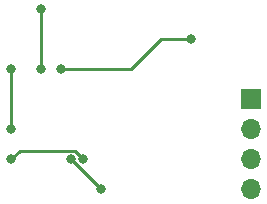
<source format=gbr>
%TF.GenerationSoftware,KiCad,Pcbnew,7.0.7*%
%TF.CreationDate,2023-10-19T21:28:01-04:00*%
%TF.ProjectId,BNO055,424e4f30-3535-42e6-9b69-6361645f7063,rev?*%
%TF.SameCoordinates,Original*%
%TF.FileFunction,Copper,L2,Bot*%
%TF.FilePolarity,Positive*%
%FSLAX46Y46*%
G04 Gerber Fmt 4.6, Leading zero omitted, Abs format (unit mm)*
G04 Created by KiCad (PCBNEW 7.0.7) date 2023-10-19 21:28:01*
%MOMM*%
%LPD*%
G01*
G04 APERTURE LIST*
%TA.AperFunction,ComponentPad*%
%ADD10R,1.700000X1.700000*%
%TD*%
%TA.AperFunction,ComponentPad*%
%ADD11O,1.700000X1.700000*%
%TD*%
%TA.AperFunction,ViaPad*%
%ADD12C,0.800000*%
%TD*%
%TA.AperFunction,Conductor*%
%ADD13C,0.250000*%
%TD*%
G04 APERTURE END LIST*
D10*
%TO.P,J2,1,Pin_1*%
%TO.N,/SDA*%
X160020000Y-96520000D03*
D11*
%TO.P,J2,2,Pin_2*%
%TO.N,/SCL*%
X160020000Y-99060000D03*
%TO.P,J2,3,Pin_3*%
%TO.N,+3.3V*%
X160020000Y-101600000D03*
%TO.P,J2,4,Pin_4*%
%TO.N,GND*%
X160020000Y-104140000D03*
%TD*%
D12*
%TO.N,Net-(U1-XOUT32)*%
X143958000Y-93980000D03*
X154940000Y-91440000D03*
%TO.N,Net-(U1-CAP)*%
X147320000Y-104140000D03*
X144780000Y-101600000D03*
%TO.N,Net-(U1-XIN32)*%
X142240000Y-88900000D03*
X142240000Y-93980000D03*
%TO.N,Net-(U1-PS1)*%
X139700000Y-99060000D03*
X139700000Y-93980000D03*
%TO.N,Net-(U1-~{RESET})*%
X139700000Y-101600000D03*
X145792051Y-101587452D03*
%TD*%
D13*
%TO.N,Net-(U1-XOUT32)*%
X149860000Y-93980000D02*
X152400000Y-91440000D01*
X152400000Y-91440000D02*
X154940000Y-91440000D01*
X143958000Y-93980000D02*
X149860000Y-93980000D01*
%TO.N,Net-(U1-CAP)*%
X147320000Y-104140000D02*
X144780000Y-101600000D01*
%TO.N,Net-(U1-XIN32)*%
X142240000Y-88900000D02*
X142240000Y-93980000D01*
%TO.N,Net-(U1-PS1)*%
X139700000Y-93980000D02*
X139700000Y-99060000D01*
%TO.N,Net-(U1-~{RESET})*%
X145079599Y-100875000D02*
X140425000Y-100875000D01*
X140425000Y-100875000D02*
X139700000Y-101600000D01*
X145792051Y-101587452D02*
X145079599Y-100875000D01*
%TD*%
M02*

</source>
